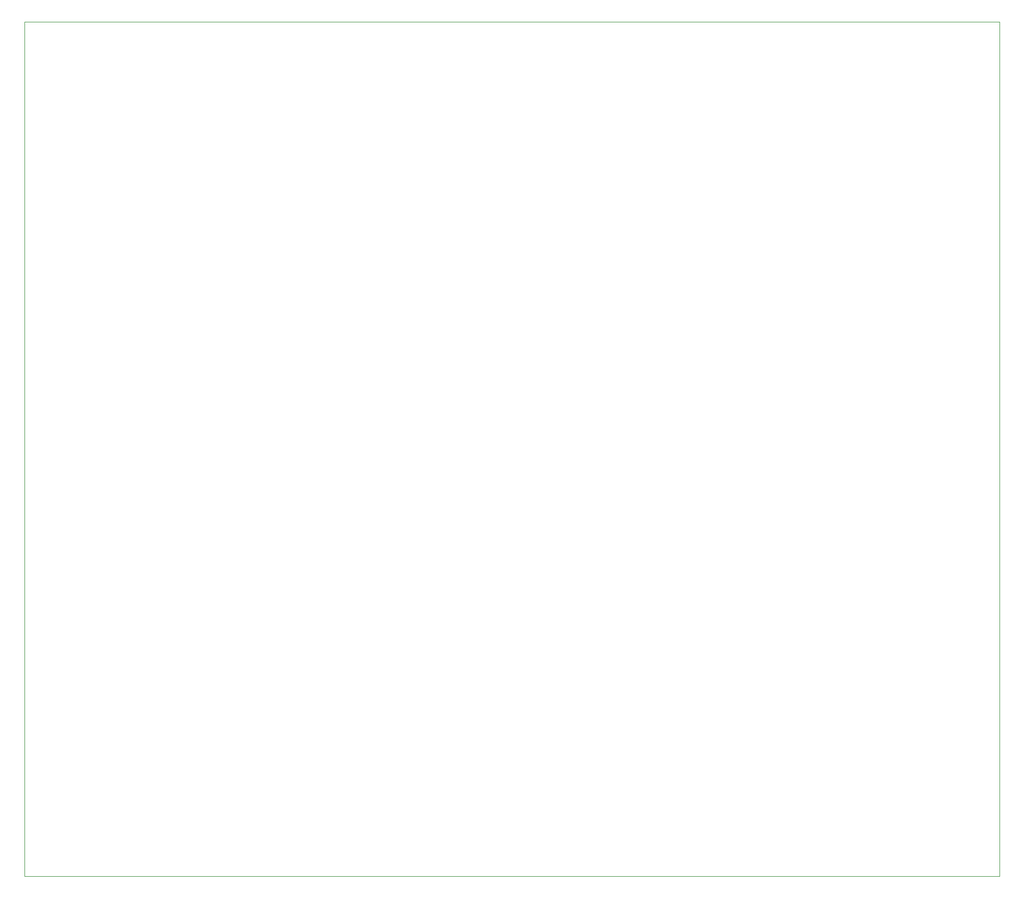
<source format=gbr>
%TF.GenerationSoftware,KiCad,Pcbnew,7.0.5*%
%TF.CreationDate,2023-09-24T16:41:29-07:00*%
%TF.ProjectId,FullSchematic,46756c6c-5363-4686-956d-617469632e6b,rev?*%
%TF.SameCoordinates,Original*%
%TF.FileFunction,Profile,NP*%
%FSLAX46Y46*%
G04 Gerber Fmt 4.6, Leading zero omitted, Abs format (unit mm)*
G04 Created by KiCad (PCBNEW 7.0.5) date 2023-09-24 16:41:29*
%MOMM*%
%LPD*%
G01*
G04 APERTURE LIST*
%TA.AperFunction,Profile*%
%ADD10C,0.100000*%
%TD*%
G04 APERTURE END LIST*
D10*
X60000000Y-24000000D02*
X215000000Y-24000000D01*
X215000000Y-160000000D01*
X60000000Y-160000000D01*
X60000000Y-24000000D01*
M02*

</source>
